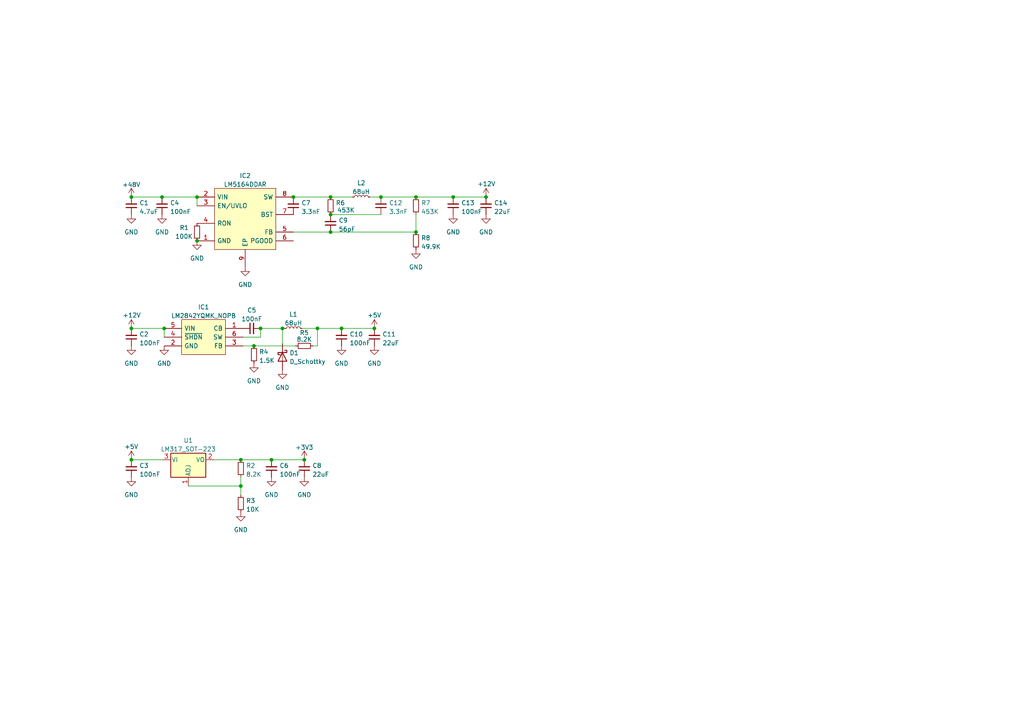
<source format=kicad_sch>
(kicad_sch (version 20211123) (generator eeschema)
  (paper "A4")
  (title_block (title "Power") (date "2022-05-26") (rev "v0.1") (company "Coilchain"))
  (lib_symbols
    (symbol "Device:C_Small" (pin_numbers hide) (pin_names (offset 0.254) hide)
      (property "Reference" "C" (at 0.254 1.778 0))
      (property "Value" "C_Small" (at 0.254 -2.032 0))
      (symbol "C_Small_0_1"
        (polyline (pts (xy -1.524 -0.508) (xy 1.524 -0.508)) (stroke (width 0.3302)))
        (polyline (pts (xy -1.524 0.508) (xy 1.524 0.508)) (stroke (width 0.3048)))
      )
      (symbol "C_Small_1_1"
        (pin passive line (at 0 2.54 270) (length 2.032) (name "~") (number "1"))
        (pin passive line (at 0 -2.54 90) (length 2.032) (name "~") (number "2"))
      )
    )
    (symbol "Device:D_Schottky" (pin_numbers hide) (pin_names (offset 1.016) hide)
      (property "Reference" "D" (at 0 2.54 0))
      (property "Value" "D_Schottky" (at 0 -2.54 0))
      (symbol "D_Schottky_0_1"
        (polyline (pts (xy 1.27 0) (xy -1.27 0)))
        (polyline (pts (xy 1.27 1.27) (xy 1.27 -1.27) (xy -1.27 0) (xy 1.27 1.27)) (stroke (width 0.254)))
        (polyline (pts (xy -1.905 0.635) (xy -1.905 1.27) (xy -1.27 1.27) (xy -1.27 -1.27) (xy -0.635 -1.27) (xy -0.635 -0.635)) (stroke (width 0.254)))
      )
      (symbol "D_Schottky_1_1"
        (pin passive line (at -3.81 0 0) (length 2.54) (name "K") (number "1"))
        (pin passive line (at 3.81 0 180) (length 2.54) (name "A") (number "2"))
      )
    )
    (symbol "Device:L_Small" (pin_numbers hide) (pin_names (offset 0.254) hide)
      (property "Reference" "L" (at 0.762 1.016 0))
      (property "Value" "L_Small" (at 0.762 -1.016 0))
      (symbol "L_Small_0_1"
        (arc (start 0 -2.032) (mid 0.508 -1.524) (end 0 -1.016))
        (arc (start 0 -1.016) (mid 0.508 -0.508) (end 0 0))
        (arc (start 0 0) (mid 0.508 0.508) (end 0 1.016))
        (arc (start 0 1.016) (mid 0.508 1.524) (end 0 2.032))
      )
      (symbol "L_Small_1_1"
        (pin passive line (at 0 2.54 270) (length 0.508) (name "~") (number "1"))
        (pin passive line (at 0 -2.54 90) (length 0.508) (name "~") (number "2"))
      )
    )
    (symbol "Device:R_Small" (pin_numbers hide) (pin_names (offset 0.254) hide)
      (property "Reference" "R" (at 0.762 0.508 0))
      (property "Value" "R_Small" (at 0.762 -1.016 0))
      (symbol "R_Small_0_1"
        (rectangle (start -0.762 1.778) (end 0.762 -1.778) (stroke (width 0.2032)))
      )
      (symbol "R_Small_1_1"
        (pin passive line (at 0 2.54 270) (length 0.762) (name "~") (number "1"))
        (pin passive line (at 0 -2.54 90) (length 0.762) (name "~") (number "2"))
      )
    )
    (symbol "Regulator_Linear:LM317_SOT-223" (pin_names (offset 0.254))
      (property "Reference" "U" (at -3.81 3.175 0))
      (property "Value" "LM317_SOT-223" (at 0 3.175 0))
      (symbol "LM317_SOT-223_0_1"
        (rectangle (start -5.08 1.905) (end 5.08 -5.08) (stroke (width 0.254)) (fill (type background)))
      )
      (symbol "LM317_SOT-223_1_1"
        (pin input line (at 0 -7.62 90) (length 2.54) (name "ADJ") (number "1"))
        (pin power_out line (at 7.62 0 180) (length 2.54) (name "VO") (number "2"))
        (pin power_in line (at -7.62 0 0) (length 2.54) (name "VI") (number "3"))
      )
    )
    (symbol "coilchain-power:LM2842YQMK_NOPB" (pin_names (offset 0.762))
      (property "Reference" "IC?" (at 13.97 7.62 0))
      (property "Value" "LM2842YQMK_NOPB" (at 13.97 5.08 0))
      (symbol "LM2842YQMK_NOPB_0_0"
        (pin passive line (at 22.86 0 180) (length 5.08) (name "CB") (number "1"))
        (pin passive line (at 0 -5.08 0) (length 5.08) (name "GND") (number "2"))
        (pin passive line (at 22.86 -5.08 180) (length 5.08) (name "FB") (number "3"))
        (pin passive line (at 0 -2.54 0) (length 5.08) (name "~{SHDN}") (number "4"))
        (pin passive line (at 0 0 0) (length 5.08) (name "VIN") (number "5"))
        (pin passive line (at 22.86 -2.54 180) (length 5.08) (name "SW") (number "6"))
      )
      (symbol "LM2842YQMK_NOPB_0_1"
        (polyline (pts (xy 5.08 2.54) (xy 17.78 2.54) (xy 17.78 -7.62) (xy 5.08 -7.62) (xy 5.08 2.54)) (stroke (width 0.1524)) (fill (type background)))
      )
    )
    (symbol "coilchain-power:LM5164DDAR" (pin_names (offset 0.762))
      (property "Reference" "IC?" (at 12.7 5.08 0))
      (property "Value" "LM5164DDAR" (at 12.7 2.54 0))
      (symbol "LM5164DDAR_0_0"
        (pin passive line (at -5.08 -15.24 0) (length 5.08) (name "GND") (number "1"))
        (pin passive line (at -5.08 -2.54 0) (length 5.08) (name "VIN") (number "2"))
        (pin passive line (at -5.08 -5.08 0) (length 5.08) (name "EN/UVLO") (number "3"))
        (pin passive line (at -5.08 -10.16 0) (length 5.08) (name "RON") (number "4"))
        (pin passive line (at 22.86 -12.7 180) (length 5.08) (name "FB") (number "5"))
        (pin passive line (at 22.86 -15.24 180) (length 5.08) (name "PGOOD") (number "6"))
        (pin passive line (at 22.86 -7.62 180) (length 5.08) (name "BST") (number "7"))
        (pin passive line (at 22.86 -2.54 180) (length 5.08) (name "SW") (number "8"))
        (pin passive line (at 8.89 -22.86 90) (length 5.08) (name "EP") (number "9"))
      )
      (symbol "LM5164DDAR_0_1"
        (polyline (pts (xy 0 0) (xy 17.78 0) (xy 17.78 -17.78) (xy 0 -17.78) (xy 0 0)) (stroke (width 0.1524)) (fill (type background)))
      )
    )
    (symbol "power:+12V" (power) (pin_names (offset 0))
      (property "Value" "+12V" (at 0 3.556 0))
      (symbol "+12V_0_1"
        (polyline (pts (xy -0.762 1.27) (xy 0 2.54)))
        (polyline (pts (xy 0 0) (xy 0 2.54)))
        (polyline (pts (xy 0 2.54) (xy 0.762 1.27)))
      )
      (symbol "+12V_1_1"
        (pin power_in line (at 0 0 90) (length 0) hide (name "+12V") (number "1"))
      )
    )
    (symbol "power:+3.3V" (power) (pin_names (offset 0))
      (property "Value" "+3.3V" (at 0 3.556 0))
      (symbol "+3.3V_0_1"
        (polyline (pts (xy -0.762 1.27) (xy 0 2.54)))
        (polyline (pts (xy 0 0) (xy 0 2.54)))
        (polyline (pts (xy 0 2.54) (xy 0.762 1.27)))
      )
      (symbol "+3.3V_1_1"
        (pin power_in line (at 0 0 90) (length 0) hide (name "+3V3") (number "1"))
      )
    )
    (symbol "power:+48V" (power) (pin_names (offset 0))
      (property "Value" "+48V" (at 0 3.556 0))
      (symbol "+48V_0_1"
        (polyline (pts (xy -0.762 1.27) (xy 0 2.54)))
        (polyline (pts (xy 0 0) (xy 0 2.54)))
        (polyline (pts (xy 0 2.54) (xy 0.762 1.27)))
      )
      (symbol "+48V_1_1"
        (pin power_in line (at 0 0 90) (length 0) hide (name "+48V") (number "1"))
      )
    )
    (symbol "power:+5V" (power) (pin_names (offset 0))
      (property "Value" "+5V" (at 0 3.556 0))
      (symbol "+5V_0_1"
        (polyline (pts (xy -0.762 1.27) (xy 0 2.54)))
        (polyline (pts (xy 0 0) (xy 0 2.54)))
        (polyline (pts (xy 0 2.54) (xy 0.762 1.27)))
      )
      (symbol "+5V_1_1"
        (pin power_in line (at 0 0 90) (length 0) hide (name "+5V") (number "1"))
      )
    )
    (symbol "power:GND" (power) (pin_names (offset 0))
      (property "Value" "GND" (at 0 -3.81 0))
      (symbol "GND_0_1"
        (polyline (pts (xy 0 0) (xy 0 -1.27) (xy 1.27 -1.27) (xy 0 -2.54) (xy -1.27 -1.27) (xy 0 -1.27)))
      )
      (symbol "GND_1_1"
        (pin power_in line (at 0 0 270) (length 0) hide (name "GND") (number "1"))
      )
    )
  )
  (junction (at 108.585 95.25))
  (junction (at 88.265 133.35))
  (junction (at 81.915 95.25))
  (junction (at 92.075 95.25))
  (junction (at 57.15 69.85))
  (junction (at 120.65 57.15))
  (junction (at 78.74 133.35))
  (junction (at 95.885 62.23))
  (junction (at 38.1 95.25))
  (junction (at 85.09 57.15))
  (junction (at 73.66 100.33))
  (junction (at 46.99 57.15))
  (junction (at 57.15 57.15))
  (junction (at 47.625 95.25))
  (junction (at 99.06 95.25))
  (junction (at 110.49 57.15))
  (junction (at 75.565 95.25))
  (junction (at 120.65 67.31))
  (junction (at 140.97 57.15))
  (junction (at 95.885 67.31))
  (junction (at 95.885 57.15))
  (junction (at 38.1 57.15))
  (junction (at 69.85 133.35))
  (junction (at 69.85 140.97))
  (junction (at 38.1 133.35))
  (junction (at 131.445 57.15))
  (wire (pts (xy 87.63 95.25) (xy 92.075 95.25)))
  (wire (pts (xy 69.85 140.97) (xy 69.85 143.51)))
  (wire (pts (xy 70.485 97.79) (xy 75.565 97.79)))
  (wire (pts (xy 81.915 95.25) (xy 82.55 95.25)))
  (wire (pts (xy 131.445 57.15) (xy 140.97 57.15)))
  (wire (pts (xy 85.09 57.15) (xy 95.885 57.15)))
  (wire (pts (xy 47.625 95.25) (xy 47.625 97.79)))
  (wire (pts (xy 120.65 57.15) (xy 131.445 57.15)))
  (wire (pts (xy 92.075 95.25) (xy 99.06 95.25)))
  (wire (pts (xy 46.99 57.15) (xy 57.15 57.15)))
  (wire (pts (xy 78.74 133.35) (xy 88.265 133.35)))
  (wire (pts (xy 38.1 95.25) (xy 47.625 95.25)))
  (wire (pts (xy 95.885 67.31) (xy 120.65 67.31)))
  (wire (pts (xy 95.885 57.15) (xy 102.235 57.15)))
  (wire (pts (xy 110.49 57.15) (xy 120.65 57.15)))
  (wire (pts (xy 92.075 100.33) (xy 92.075 95.25)))
  (wire (pts (xy 81.915 95.25) (xy 81.915 99.695)))
  (wire (pts (xy 95.885 62.23) (xy 110.49 62.23)))
  (wire (pts (xy 120.65 62.23) (xy 120.65 67.31)))
  (wire (pts (xy 38.1 57.15) (xy 46.99 57.15)))
  (wire (pts (xy 54.61 140.97) (xy 69.85 140.97)))
  (wire (pts (xy 69.85 138.43) (xy 69.85 140.97)))
  (wire (pts (xy 75.565 95.25) (xy 81.915 95.25)))
  (wire (pts (xy 70.485 100.33) (xy 73.66 100.33)))
  (wire (pts (xy 90.805 100.33) (xy 92.075 100.33)))
  (wire (pts (xy 69.85 133.35) (xy 78.74 133.35)))
  (wire (pts (xy 107.315 57.15) (xy 110.49 57.15)))
  (wire (pts (xy 85.09 67.31) (xy 95.885 67.31)))
  (wire (pts (xy 73.66 100.33) (xy 85.725 100.33)))
  (wire (pts (xy 62.23 133.35) (xy 69.85 133.35)))
  (wire (pts (xy 57.15 57.15) (xy 57.15 59.69)))
  (wire (pts (xy 99.06 95.25) (xy 108.585 95.25)))
  (wire (pts (xy 75.565 97.79) (xy 75.565 95.25)))
  (wire (pts (xy 38.1 133.35) (xy 46.99 133.35)))
  (symbol (lib_id "power:+12V") (at 140.97 57.15 0) (unit 1)
    (property "Reference" "#PWR0117" (effects hide))
    (property "Value" "+12V" (at 138.43 53.34 0) (effects (justify left)))
  )
  (symbol (lib_id "power:GND") (at 120.65 72.39 0) (unit 1)
    (property "Reference" "#PWR0111" (effects hide))
    (property "Value" "GND" (at 120.65 77.47 0))
  )
  (symbol (lib_id "Device:R_Small") (at 57.15 67.31 0) (unit 1)
    (property "Reference" "R1" (at 52.07 66.04 0) (effects (justify left)))
    (property "Value" "100K" (at 50.8 68.58 0) (effects (justify left)))
    (property "Footprint" "Resistor_SMD:R_0402_1005Metric_Pad0.72x0.64mm_HandSolder" (effects hide))
  )
  (symbol (lib_id "power:GND") (at 81.915 107.315 0) (unit 1)
    (property "Reference" "#PWR0108" (effects hide))
    (property "Value" "GND" (at 81.915 112.395 0))
  )
  (symbol (lib_id "power:GND") (at 47.625 100.33 0) (unit 1)
    (property "Reference" "#PWR0125" (effects hide))
    (property "Value" "GND" (at 47.625 105.41 0))
  )
  (symbol (lib_id "Device:D_Schottky") (at 81.915 103.505 270) (unit 1)
    (property "Reference" "D1" (at 83.947 102.3528 90) (effects (justify left)))
    (property "Value" "D_Schottky" (at 83.947 104.8897 90) (effects (justify left)))
  )
  (symbol (lib_id "power:+5V") (at 108.585 95.25 0) (unit 1)
    (property "Reference" "#PWR0114" (effects hide))
    (property "Value" "+5V" (at 108.585 91.44 0))
  )
  (symbol (lib_id "Device:C_Small") (at 131.445 59.69 180) (unit 1)
    (property "Reference" "C13" (at 133.7691 58.8489 0) (effects (justify right)))
    (property "Value" "100nF" (at 133.7691 61.3858 0) (effects (justify right)))
    (property "Footprint" "Capacitor_SMD:C_0402_1005Metric_Pad0.74x0.62mm_HandSolder" (effects hide))
  )
  (symbol (lib_id "Device:C_Small") (at 85.09 59.69 180) (unit 1)
    (property "Reference" "C7" (at 87.4141 58.8489 0) (effects (justify right)))
    (property "Value" "3.3nF" (at 87.4141 61.3858 0) (effects (justify right)))
    (property "Footprint" "Capacitor_SMD:C_0402_1005Metric_Pad0.74x0.62mm_HandSolder" (effects hide))
  )
  (symbol (lib_id "Regulator_Linear:LM317_SOT-223") (at 54.61 133.35 0) (unit 1)
    (property "Reference" "U1" (at 54.61 127.7452 0))
    (property "Value" "LM317_SOT-223" (at 54.61 130.2821 0))
    (property "Footprint" "Package_TO_SOT_SMD:SOT-223-3_TabPin2" (effects hide))
    (property "Datasheet" "http://www.ti.com/lit/ds/symlink/lm317.pdf" (effects hide))
  )
  (symbol (lib_id "Device:C_Small") (at 73.025 95.25 90) (unit 1)
    (property "Reference" "C5" (at 73.0313 89.9881 90))
    (property "Value" "100nF" (at 73.0313 92.525 90))
    (property "Footprint" "Capacitor_SMD:C_0402_1005Metric_Pad0.74x0.62mm_HandSolder" (effects hide))
  )
  (symbol (lib_id "Device:C_Small") (at 78.74 135.89 180) (unit 1)
    (property "Reference" "C6" (at 81.0641 135.0489 0) (effects (justify right)))
    (property "Value" "100nF" (at 81.0641 137.5858 0) (effects (justify right)))
    (property "Footprint" "Capacitor_SMD:C_0402_1005Metric_Pad0.74x0.62mm_HandSolder" (effects hide))
  )
  (symbol (lib_id "power:GND") (at 69.85 148.59 0) (unit 1)
    (property "Reference" "#PWR0103" (effects hide))
    (property "Value" "GND" (at 69.85 153.67 0))
  )
  (symbol (lib_id "power:GND") (at 38.1 138.43 0) (unit 1)
    (property "Reference" "#PWR0104" (effects hide))
    (property "Value" "GND" (at 38.1 143.51 0))
  )
  (symbol (lib_id "power:GND") (at 38.1 100.33 0) (unit 1)
    (property "Reference" "#PWR0123" (effects hide))
    (property "Value" "GND" (at 38.1 105.41 0))
  )
  (symbol (lib_id "Device:C_Small") (at 140.97 59.69 180) (unit 1)
    (property "Reference" "C14" (at 143.2941 58.8489 0) (effects (justify right)))
    (property "Value" "22uF" (at 143.2941 61.3858 0) (effects (justify right)))
    (property "Footprint" "Capacitor_SMD:C_0805_2012Metric_Pad1.18x1.45mm_HandSolder" (effects hide))
  )
  (symbol (lib_id "Device:R_Small") (at 88.265 100.33 90) (unit 1)
    (property "Reference" "R5" (at 88.265 96.52 90))
    (property "Value" "8.2K" (at 88.265 98.4305 90))
    (property "Footprint" "Resistor_SMD:R_0402_1005Metric_Pad0.72x0.64mm_HandSolder" (effects hide))
  )
  (symbol (lib_id "Device:R_Small") (at 120.65 59.69 0) (unit 1)
    (property "Reference" "R7" (at 122.1486 58.8553 0) (effects (justify left)))
    (property "Value" "453K" (at 122.1486 61.3922 0) (effects (justify left)))
    (property "Footprint" "Resistor_SMD:R_0402_1005Metric_Pad0.72x0.64mm_HandSolder" (effects hide))
  )
  (symbol (lib_id "coilchain-power:LM5164DDAR") (at 62.23 54.61 0) (unit 1)
    (property "Reference" "IC2" (at 71.12 50.961 0))
    (property "Value" "LM5164DDAR" (at 71.12 53.4979 0))
    (property "Footprint" "Package_SO:Texas_R-PDSO-G8_EP2.95x4.9mm_Mask2.4x3.1mm_ThermalVias" (effects hide))
    (property "Datasheet" "http://www.ti.com/lit/ds/symlink/lm5164.pdf" (effects hide))
    (property "Description" "Texas Instruments 6-V to 100-V Input, 1-A Synchronous Buck DC-DC Converter With Ultra-Low IQ 8-SO PowerPAD -40 to 150" (effects hide))
    (property "Height" "1.7" (effects hide))
    (property "Manufacturer_Name" "Texas Instruments" (effects hide))
    (property "Manufacturer_Part_Number" "LM5164DDAR" (effects hide))
    (property "Mouser Part Number" "595-LM5164DDAR" (effects hide))
    (property "Mouser Price/Stock" "https://www.mouser.co.uk/ProductDetail/Texas-Instruments/LM5164DDAR?qs=PqoDHHvF64%2F0M%252BK9zcb2mw%3D%3D" (effects hide))
    (property "Arrow Part Number" "LM5164DDAR" (effects hide))
    (property "Arrow Price/Stock" "https://www.arrow.com/en/products/lm5164ddar/texas-instruments" (effects hide))
  )
  (symbol (lib_id "power:GND") (at 99.06 100.33 0) (unit 1)
    (property "Reference" "#PWR0113" (effects hide))
    (property "Value" "GND" (at 99.06 105.41 0))
  )
  (symbol (lib_id "Device:C_Small") (at 46.99 59.69 180) (unit 1)
    (property "Reference" "C4" (at 49.3141 58.8489 0) (effects (justify right)))
    (property "Value" "100nF" (at 49.3141 61.3858 0) (effects (justify right)))
    (property "Footprint" "Capacitor_SMD:C_0402_1005Metric_Pad0.74x0.62mm_HandSolder" (effects hide))
  )
  (symbol (lib_id "power:GND") (at 131.445 62.23 0) (unit 1)
    (property "Reference" "#PWR0112" (effects hide))
    (property "Value" "GND" (at 131.445 67.31 0))
  )
  (symbol (lib_id "Device:C_Small") (at 38.1 135.89 180) (unit 1)
    (property "Reference" "C3" (at 40.4241 135.0489 0) (effects (justify right)))
    (property "Value" "100nF" (at 40.4241 137.5858 0) (effects (justify right)))
    (property "Footprint" "Capacitor_SMD:C_0402_1005Metric_Pad0.74x0.62mm_HandSolder" (effects hide))
  )
  (symbol (lib_id "Device:C_Small") (at 38.1 97.79 180) (unit 1)
    (property "Reference" "C2" (at 40.4241 96.9489 0) (effects (justify right)))
    (property "Value" "100nF" (at 40.4241 99.4858 0) (effects (justify right)))
    (property "Footprint" "Capacitor_SMD:C_0402_1005Metric_Pad0.74x0.62mm_HandSolder" (effects hide))
  )
  (symbol (lib_id "power:+48V") (at 38.1 57.15 0) (unit 1)
    (property "Reference" "#PWR0119" (effects hide))
    (property "Value" "+48V" (at 38.1 53.5742 0))
  )
  (symbol (lib_id "power:GND") (at 38.1 62.23 0) (unit 1)
    (property "Reference" "#PWR0120" (effects hide))
    (property "Value" "GND" (at 38.1 67.31 0))
  )
  (symbol (lib_id "power:GND") (at 88.265 138.43 0) (unit 1)
    (property "Reference" "#PWR0106" (effects hide))
    (property "Value" "GND" (at 88.265 143.51 0))
  )
  (symbol (lib_id "Device:R_Small") (at 69.85 135.89 0) (unit 1)
    (property "Reference" "R2" (at 71.3486 135.0553 0) (effects (justify left)))
    (property "Value" "8.2K" (at 71.3486 137.5922 0) (effects (justify left)))
    (property "Footprint" "Resistor_SMD:R_0402_1005Metric_Pad0.72x0.64mm_HandSolder" (effects hide))
  )
  (symbol (lib_id "Device:R_Small") (at 95.885 59.69 0) (unit 1)
    (property "Reference" "R6" (at 97.3836 58.8553 0) (effects (justify left)))
    (property "Value" "453K" (at 97.79 60.96 0) (effects (justify left)))
    (property "Footprint" "Resistor_SMD:R_0402_1005Metric_Pad0.72x0.64mm_HandSolder" (effects hide))
  )
  (symbol (lib_id "coilchain-power:LM2842YQMK_NOPB") (at 47.625 95.25 0) (unit 1)
    (property "Reference" "IC1" (at 59.055 89.061 0))
    (property "Value" "LM2842YQMK_NOPB" (at 59.055 91.5979 0))
    (property "Footprint" "Package_TO_SOT_SMD:SuperSOT-6" (effects hide))
    (property "Datasheet" "http://www.ti.com/lit/gpn/lm2842-q1" (effects hide))
    (property "Description" "SIMPLE SWITCHER&#174; 4.5V to 42V, 0.6A Step-Down Regulator in Thin SOT-23" (effects hide))
    (property "Height" "1.1" (effects hide))
    (property "Manufacturer_Name" "Texas Instruments" (effects hide))
    (property "Manufacturer_Part_Number" "LM2842YQMK/NOPB" (effects hide))
    (property "Mouser Part Number" "926-LM2842YQMK/NOPB" (effects hide))
    (property "Mouser Price/Stock" "https://www.mouser.co.uk/ProductDetail/Texas-Instruments/LM2842YQMK-NOPB?qs=8BDZloOR%252BZHoygICNXjFLg%3D%3D" (effects hide))
    (property "Arrow Part Number" "LM2842YQMK/NOPB" (effects hide))
    (property "Arrow Price/Stock" "https://www.arrow.com/en/products/lm2842yqmknopb/texas-instruments" (effects hide))
  )
  (symbol (lib_id "power:GND") (at 71.12 77.47 0) (unit 1)
    (property "Reference" "#PWR0121" (effects hide))
    (property "Value" "GND" (at 71.12 82.55 0))
  )
  (symbol (lib_id "Device:C_Small") (at 95.885 64.77 180) (unit 1)
    (property "Reference" "C9" (at 98.2091 63.9289 0) (effects (justify right)))
    (property "Value" "56pF" (at 98.2091 66.4658 0) (effects (justify right)))
    (property "Footprint" "Capacitor_SMD:C_0402_1005Metric_Pad0.74x0.62mm_HandSolder" (effects hide))
  )
  (symbol (lib_id "power:GND") (at 46.99 62.23 0) (unit 1)
    (property "Reference" "#PWR0118" (effects hide))
    (property "Value" "GND" (at 46.99 67.31 0))
  )
  (symbol (lib_id "Device:C_Small") (at 110.49 59.69 180) (unit 1)
    (property "Reference" "C12" (at 112.8141 58.8489 0) (effects (justify right)))
    (property "Value" "3.3nF" (at 112.8141 61.3858 0) (effects (justify right)))
    (property "Footprint" "Capacitor_SMD:C_0402_1005Metric_Pad0.74x0.62mm_HandSolder" (effects hide))
  )
  (symbol (lib_id "power:GND") (at 140.97 62.23 0) (unit 1)
    (property "Reference" "#PWR0116" (effects hide))
    (property "Value" "GND" (at 140.97 67.31 0))
  )
  (symbol (lib_id "power:+5V") (at 38.1 133.35 0) (unit 1)
    (property "Reference" "#PWR0105" (effects hide))
    (property "Value" "+5V" (at 38.1 129.54 0))
  )
  (symbol (lib_id "Device:C_Small") (at 99.06 97.79 180) (unit 1)
    (property "Reference" "C10" (at 101.3841 96.9489 0) (effects (justify right)))
    (property "Value" "100nF" (at 101.3841 99.4858 0) (effects (justify right)))
    (property "Footprint" "Capacitor_SMD:C_0402_1005Metric_Pad0.74x0.62mm_HandSolder" (effects hide))
  )
  (symbol (lib_id "power:GND") (at 57.15 69.85 0) (unit 1)
    (property "Reference" "#PWR0122" (effects hide))
    (property "Value" "GND" (at 57.15 74.93 0))
  )
  (symbol (lib_id "power:GND") (at 108.585 100.33 0) (unit 1)
    (property "Reference" "#PWR0115" (effects hide))
    (property "Value" "GND" (at 108.585 105.41 0))
  )
  (symbol (lib_id "power:GND") (at 73.66 105.41 0) (unit 1)
    (property "Reference" "#PWR0109" (effects hide))
    (property "Value" "GND" (at 73.66 110.49 0))
  )
  (symbol (lib_id "Device:R_Small") (at 73.66 102.87 0) (unit 1)
    (property "Reference" "R4" (at 75.1586 102.0353 0) (effects (justify left)))
    (property "Value" "1.5K" (at 75.1586 104.5722 0) (effects (justify left)))
    (property "Footprint" "Resistor_SMD:R_0402_1005Metric_Pad0.72x0.64mm_HandSolder" (effects hide))
  )
  (symbol (lib_id "Device:L_Small") (at 104.775 57.15 90) (unit 1)
    (property "Reference" "L2" (at 104.775 53.0692 90))
    (property "Value" "68uH" (at 104.775 55.6061 90))
    (property "Footprint" "Inductor_SMD:L_TDK_SLF7045" (effects hide))
  )
  (symbol (lib_id "power:GND") (at 78.74 138.43 0) (unit 1)
    (property "Reference" "#PWR0107" (effects hide))
    (property "Value" "GND" (at 78.74 143.51 0))
  )
  (symbol (lib_id "Device:L_Small") (at 85.09 95.25 90) (unit 1)
    (property "Reference" "L1" (at 85.09 91.1692 90))
    (property "Value" "68uH" (at 85.09 93.7061 90))
    (property "Footprint" "Inductor_SMD:L_1210_3225Metric_Pad1.42x2.65mm_HandSolder" (effects hide))
  )
  (symbol (lib_id "power:+12V") (at 38.1 95.25 0) (unit 1)
    (property "Reference" "#PWR0124" (effects hide))
    (property "Value" "+12V" (at 35.56 91.44 0) (effects (justify left)))
  )
  (symbol (lib_id "Device:R_Small") (at 69.85 146.05 0) (unit 1)
    (property "Reference" "R3" (at 71.3486 145.2153 0) (effects (justify left)))
    (property "Value" "10K" (at 71.3486 147.7522 0) (effects (justify left)))
    (property "Footprint" "Resistor_SMD:R_0402_1005Metric_Pad0.72x0.64mm_HandSolder" (effects hide))
  )
  (symbol (lib_id "Device:R_Small") (at 120.65 69.85 0) (unit 1)
    (property "Reference" "R8" (at 122.1486 69.0153 0) (effects (justify left)))
    (property "Value" "49.9K" (at 122.1486 71.5522 0) (effects (justify left)))
    (property "Footprint" "Resistor_SMD:R_0402_1005Metric_Pad0.72x0.64mm_HandSolder" (effects hide))
  )
  (symbol (lib_id "Device:C_Small") (at 88.265 135.89 180) (unit 1)
    (property "Reference" "C8" (at 90.5891 135.0489 0) (effects (justify right)))
    (property "Value" "22uF" (at 90.5891 137.5858 0) (effects (justify right)))
    (property "Footprint" "Capacitor_SMD:C_0805_2012Metric_Pad1.18x1.45mm_HandSolder" (effects hide))
  )
  (symbol (lib_id "power:+3.3V") (at 88.265 133.35 0) (unit 1)
    (property "Reference" "#PWR0110" (effects hide))
    (property "Value" "+3.3V" (at 88.265 129.7742 0))
  )
  (symbol (lib_id "Device:C_Small") (at 108.585 97.79 180) (unit 1)
    (property "Reference" "C11" (at 110.9091 96.9489 0) (effects (justify right)))
    (property "Value" "22uF" (at 110.9091 99.4858 0) (effects (justify right)))
    (property "Footprint" "Capacitor_SMD:C_0805_2012Metric_Pad1.18x1.45mm_HandSolder" (effects hide))
  )
  (symbol (lib_id "Device:C_Small") (at 38.1 59.69 180) (unit 1)
    (property "Reference" "C1" (at 40.4241 58.8489 0) (effects (justify right)))
    (property "Value" "4.7uF" (at 40.4241 61.3858 0) (effects (justify right)))
    (property "Footprint" "Capacitor_SMD:C_0603_1608Metric_Pad1.08x0.95mm_HandSolder" (effects hide))
  )
)
</source>
